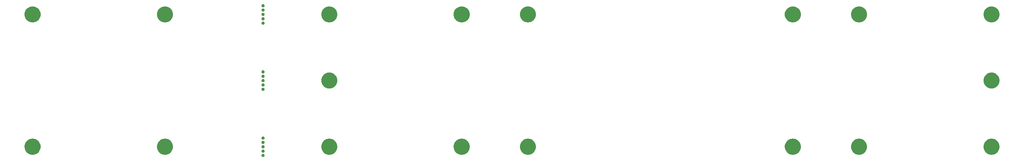
<source format=gbr>
G04 #@! TF.GenerationSoftware,KiCad,Pcbnew,(5.1.2-1)-1*
G04 #@! TF.CreationDate,2020-05-23T12:01:39-05:00*
G04 #@! TF.ProjectId,therick48.16SP_top_plate,74686572-6963-46b3-9438-2e313653505f,rev?*
G04 #@! TF.SameCoordinates,Original*
G04 #@! TF.FileFunction,Soldermask,Bot*
G04 #@! TF.FilePolarity,Negative*
%FSLAX46Y46*%
G04 Gerber Fmt 4.6, Leading zero omitted, Abs format (unit mm)*
G04 Created by KiCad (PCBNEW (5.1.2-1)-1) date 2020-05-23 12:01:39*
%MOMM*%
%LPD*%
G04 APERTURE LIST*
%ADD10C,0.100000*%
G04 APERTURE END LIST*
D10*
G36*
X131231207Y-101246070D02*
G01*
X131313282Y-101280067D01*
X131313284Y-101280068D01*
X131350468Y-101304914D01*
X131387150Y-101329424D01*
X131449970Y-101392244D01*
X131499327Y-101466112D01*
X131533324Y-101548187D01*
X131550655Y-101635318D01*
X131550655Y-101724160D01*
X131533324Y-101811291D01*
X131499327Y-101893366D01*
X131499326Y-101893368D01*
X131449969Y-101967235D01*
X131387151Y-102030053D01*
X131313284Y-102079410D01*
X131313283Y-102079411D01*
X131313282Y-102079411D01*
X131231207Y-102113408D01*
X131144076Y-102130739D01*
X131055234Y-102130739D01*
X130968103Y-102113408D01*
X130886028Y-102079411D01*
X130886027Y-102079411D01*
X130886026Y-102079410D01*
X130812159Y-102030053D01*
X130749341Y-101967235D01*
X130699984Y-101893368D01*
X130699983Y-101893366D01*
X130665986Y-101811291D01*
X130648655Y-101724160D01*
X130648655Y-101635318D01*
X130665986Y-101548187D01*
X130699983Y-101466112D01*
X130749340Y-101392244D01*
X130812160Y-101329424D01*
X130848842Y-101304914D01*
X130886026Y-101280068D01*
X130886028Y-101280067D01*
X130968103Y-101246070D01*
X131055234Y-101228739D01*
X131144076Y-101228739D01*
X131231207Y-101246070D01*
X131231207Y-101246070D01*
G37*
G36*
X302548903Y-96923213D02*
G01*
X302771177Y-96967426D01*
X303189932Y-97140880D01*
X303566802Y-97392696D01*
X303887304Y-97713198D01*
X304139120Y-98090068D01*
X304312574Y-98508823D01*
X304312574Y-98508824D01*
X304401000Y-98953370D01*
X304401000Y-99406630D01*
X304376449Y-99530054D01*
X304312574Y-99851177D01*
X304139120Y-100269932D01*
X303887304Y-100646802D01*
X303566802Y-100967304D01*
X303189932Y-101219120D01*
X302771177Y-101392574D01*
X302548903Y-101436787D01*
X302326630Y-101481000D01*
X301873370Y-101481000D01*
X301651097Y-101436787D01*
X301428823Y-101392574D01*
X301010068Y-101219120D01*
X300633198Y-100967304D01*
X300312696Y-100646802D01*
X300060880Y-100269932D01*
X299887426Y-99851177D01*
X299823551Y-99530054D01*
X299799000Y-99406630D01*
X299799000Y-98953370D01*
X299887426Y-98508824D01*
X299887426Y-98508823D01*
X300060880Y-98090068D01*
X300312696Y-97713198D01*
X300633198Y-97392696D01*
X301010068Y-97140880D01*
X301428823Y-96967426D01*
X301651097Y-96923213D01*
X301873370Y-96879000D01*
X302326630Y-96879000D01*
X302548903Y-96923213D01*
X302548903Y-96923213D01*
G37*
G36*
X283548903Y-96923213D02*
G01*
X283771177Y-96967426D01*
X284189932Y-97140880D01*
X284566802Y-97392696D01*
X284887304Y-97713198D01*
X285139120Y-98090068D01*
X285312574Y-98508823D01*
X285312574Y-98508824D01*
X285401000Y-98953370D01*
X285401000Y-99406630D01*
X285376449Y-99530054D01*
X285312574Y-99851177D01*
X285139120Y-100269932D01*
X284887304Y-100646802D01*
X284566802Y-100967304D01*
X284189932Y-101219120D01*
X283771177Y-101392574D01*
X283548903Y-101436787D01*
X283326630Y-101481000D01*
X282873370Y-101481000D01*
X282651097Y-101436787D01*
X282428823Y-101392574D01*
X282010068Y-101219120D01*
X281633198Y-100967304D01*
X281312696Y-100646802D01*
X281060880Y-100269932D01*
X280887426Y-99851177D01*
X280823551Y-99530054D01*
X280799000Y-99406630D01*
X280799000Y-98953370D01*
X280887426Y-98508824D01*
X280887426Y-98508823D01*
X281060880Y-98090068D01*
X281312696Y-97713198D01*
X281633198Y-97392696D01*
X282010068Y-97140880D01*
X282428823Y-96967426D01*
X282651097Y-96923213D01*
X282873370Y-96879000D01*
X283326630Y-96879000D01*
X283548903Y-96923213D01*
X283548903Y-96923213D01*
G37*
G36*
X207548903Y-96923213D02*
G01*
X207771177Y-96967426D01*
X208189932Y-97140880D01*
X208566802Y-97392696D01*
X208887304Y-97713198D01*
X209139120Y-98090068D01*
X209312574Y-98508823D01*
X209312574Y-98508824D01*
X209401000Y-98953370D01*
X209401000Y-99406630D01*
X209376449Y-99530054D01*
X209312574Y-99851177D01*
X209139120Y-100269932D01*
X208887304Y-100646802D01*
X208566802Y-100967304D01*
X208189932Y-101219120D01*
X207771177Y-101392574D01*
X207548903Y-101436787D01*
X207326630Y-101481000D01*
X206873370Y-101481000D01*
X206651097Y-101436787D01*
X206428823Y-101392574D01*
X206010068Y-101219120D01*
X205633198Y-100967304D01*
X205312696Y-100646802D01*
X205060880Y-100269932D01*
X204887426Y-99851177D01*
X204823551Y-99530054D01*
X204799000Y-99406630D01*
X204799000Y-98953370D01*
X204887426Y-98508824D01*
X204887426Y-98508823D01*
X205060880Y-98090068D01*
X205312696Y-97713198D01*
X205633198Y-97392696D01*
X206010068Y-97140880D01*
X206428823Y-96967426D01*
X206651097Y-96923213D01*
X206873370Y-96879000D01*
X207326630Y-96879000D01*
X207548903Y-96923213D01*
X207548903Y-96923213D01*
G37*
G36*
X188548903Y-96923213D02*
G01*
X188771177Y-96967426D01*
X189189932Y-97140880D01*
X189566802Y-97392696D01*
X189887304Y-97713198D01*
X190139120Y-98090068D01*
X190312574Y-98508823D01*
X190312574Y-98508824D01*
X190401000Y-98953370D01*
X190401000Y-99406630D01*
X190376449Y-99530054D01*
X190312574Y-99851177D01*
X190139120Y-100269932D01*
X189887304Y-100646802D01*
X189566802Y-100967304D01*
X189189932Y-101219120D01*
X188771177Y-101392574D01*
X188548903Y-101436787D01*
X188326630Y-101481000D01*
X187873370Y-101481000D01*
X187651097Y-101436787D01*
X187428823Y-101392574D01*
X187010068Y-101219120D01*
X186633198Y-100967304D01*
X186312696Y-100646802D01*
X186060880Y-100269932D01*
X185887426Y-99851177D01*
X185823551Y-99530054D01*
X185799000Y-99406630D01*
X185799000Y-98953370D01*
X185887426Y-98508824D01*
X185887426Y-98508823D01*
X186060880Y-98090068D01*
X186312696Y-97713198D01*
X186633198Y-97392696D01*
X187010068Y-97140880D01*
X187428823Y-96967426D01*
X187651097Y-96923213D01*
X187873370Y-96879000D01*
X188326630Y-96879000D01*
X188548903Y-96923213D01*
X188548903Y-96923213D01*
G37*
G36*
X150548903Y-96923213D02*
G01*
X150771177Y-96967426D01*
X151189932Y-97140880D01*
X151566802Y-97392696D01*
X151887304Y-97713198D01*
X152139120Y-98090068D01*
X152312574Y-98508823D01*
X152312574Y-98508824D01*
X152401000Y-98953370D01*
X152401000Y-99406630D01*
X152376449Y-99530054D01*
X152312574Y-99851177D01*
X152139120Y-100269932D01*
X151887304Y-100646802D01*
X151566802Y-100967304D01*
X151189932Y-101219120D01*
X150771177Y-101392574D01*
X150548903Y-101436787D01*
X150326630Y-101481000D01*
X149873370Y-101481000D01*
X149651097Y-101436787D01*
X149428823Y-101392574D01*
X149010068Y-101219120D01*
X148633198Y-100967304D01*
X148312696Y-100646802D01*
X148060880Y-100269932D01*
X147887426Y-99851177D01*
X147823551Y-99530054D01*
X147799000Y-99406630D01*
X147799000Y-98953370D01*
X147887426Y-98508824D01*
X147887426Y-98508823D01*
X148060880Y-98090068D01*
X148312696Y-97713198D01*
X148633198Y-97392696D01*
X149010068Y-97140880D01*
X149428823Y-96967426D01*
X149651097Y-96923213D01*
X149873370Y-96879000D01*
X150326630Y-96879000D01*
X150548903Y-96923213D01*
X150548903Y-96923213D01*
G37*
G36*
X103428903Y-96923213D02*
G01*
X103651177Y-96967426D01*
X104069932Y-97140880D01*
X104446802Y-97392696D01*
X104767304Y-97713198D01*
X105019120Y-98090068D01*
X105192574Y-98508823D01*
X105192574Y-98508824D01*
X105281000Y-98953370D01*
X105281000Y-99406630D01*
X105256449Y-99530054D01*
X105192574Y-99851177D01*
X105019120Y-100269932D01*
X104767304Y-100646802D01*
X104446802Y-100967304D01*
X104069932Y-101219120D01*
X103651177Y-101392574D01*
X103428903Y-101436787D01*
X103206630Y-101481000D01*
X102753370Y-101481000D01*
X102531097Y-101436787D01*
X102308823Y-101392574D01*
X101890068Y-101219120D01*
X101513198Y-100967304D01*
X101192696Y-100646802D01*
X100940880Y-100269932D01*
X100767426Y-99851177D01*
X100703551Y-99530054D01*
X100679000Y-99406630D01*
X100679000Y-98953370D01*
X100767426Y-98508824D01*
X100767426Y-98508823D01*
X100940880Y-98090068D01*
X101192696Y-97713198D01*
X101513198Y-97392696D01*
X101890068Y-97140880D01*
X102308823Y-96967426D01*
X102531097Y-96923213D01*
X102753370Y-96879000D01*
X103206630Y-96879000D01*
X103428903Y-96923213D01*
X103428903Y-96923213D01*
G37*
G36*
X65428903Y-96923213D02*
G01*
X65651177Y-96967426D01*
X66069932Y-97140880D01*
X66446802Y-97392696D01*
X66767304Y-97713198D01*
X67019120Y-98090068D01*
X67192574Y-98508823D01*
X67192574Y-98508824D01*
X67281000Y-98953370D01*
X67281000Y-99406630D01*
X67256449Y-99530054D01*
X67192574Y-99851177D01*
X67019120Y-100269932D01*
X66767304Y-100646802D01*
X66446802Y-100967304D01*
X66069932Y-101219120D01*
X65651177Y-101392574D01*
X65428903Y-101436787D01*
X65206630Y-101481000D01*
X64753370Y-101481000D01*
X64531097Y-101436787D01*
X64308823Y-101392574D01*
X63890068Y-101219120D01*
X63513198Y-100967304D01*
X63192696Y-100646802D01*
X62940880Y-100269932D01*
X62767426Y-99851177D01*
X62703551Y-99530054D01*
X62679000Y-99406630D01*
X62679000Y-98953370D01*
X62767426Y-98508824D01*
X62767426Y-98508823D01*
X62940880Y-98090068D01*
X63192696Y-97713198D01*
X63513198Y-97392696D01*
X63890068Y-97140880D01*
X64308823Y-96967426D01*
X64531097Y-96923213D01*
X64753370Y-96879000D01*
X65206630Y-96879000D01*
X65428903Y-96923213D01*
X65428903Y-96923213D01*
G37*
G36*
X340548903Y-96923213D02*
G01*
X340771177Y-96967426D01*
X341189932Y-97140880D01*
X341566802Y-97392696D01*
X341887304Y-97713198D01*
X342139120Y-98090068D01*
X342312574Y-98508823D01*
X342312574Y-98508824D01*
X342401000Y-98953370D01*
X342401000Y-99406630D01*
X342376449Y-99530054D01*
X342312574Y-99851177D01*
X342139120Y-100269932D01*
X341887304Y-100646802D01*
X341566802Y-100967304D01*
X341189932Y-101219120D01*
X340771177Y-101392574D01*
X340548903Y-101436787D01*
X340326630Y-101481000D01*
X339873370Y-101481000D01*
X339651097Y-101436787D01*
X339428823Y-101392574D01*
X339010068Y-101219120D01*
X338633198Y-100967304D01*
X338312696Y-100646802D01*
X338060880Y-100269932D01*
X337887426Y-99851177D01*
X337823551Y-99530054D01*
X337799000Y-99406630D01*
X337799000Y-98953370D01*
X337887426Y-98508824D01*
X337887426Y-98508823D01*
X338060880Y-98090068D01*
X338312696Y-97713198D01*
X338633198Y-97392696D01*
X339010068Y-97140880D01*
X339428823Y-96967426D01*
X339651097Y-96923213D01*
X339873370Y-96879000D01*
X340326630Y-96879000D01*
X340548903Y-96923213D01*
X340548903Y-96923213D01*
G37*
G36*
X131231207Y-99996070D02*
G01*
X131313282Y-100030067D01*
X131313284Y-100030068D01*
X131350468Y-100054914D01*
X131387150Y-100079424D01*
X131449970Y-100142244D01*
X131499327Y-100216112D01*
X131533324Y-100298187D01*
X131550655Y-100385318D01*
X131550655Y-100474160D01*
X131533324Y-100561291D01*
X131499327Y-100643366D01*
X131499326Y-100643368D01*
X131449969Y-100717235D01*
X131387151Y-100780053D01*
X131313284Y-100829410D01*
X131313283Y-100829411D01*
X131313282Y-100829411D01*
X131231207Y-100863408D01*
X131144076Y-100880739D01*
X131055234Y-100880739D01*
X130968103Y-100863408D01*
X130886028Y-100829411D01*
X130886027Y-100829411D01*
X130886026Y-100829410D01*
X130812159Y-100780053D01*
X130749341Y-100717235D01*
X130699984Y-100643368D01*
X130699983Y-100643366D01*
X130665986Y-100561291D01*
X130648655Y-100474160D01*
X130648655Y-100385318D01*
X130665986Y-100298187D01*
X130699983Y-100216112D01*
X130749340Y-100142244D01*
X130812160Y-100079424D01*
X130848842Y-100054914D01*
X130886026Y-100030068D01*
X130886028Y-100030067D01*
X130968103Y-99996070D01*
X131055234Y-99978739D01*
X131144076Y-99978739D01*
X131231207Y-99996070D01*
X131231207Y-99996070D01*
G37*
G36*
X131231207Y-98746070D02*
G01*
X131313282Y-98780067D01*
X131313284Y-98780068D01*
X131350468Y-98804914D01*
X131387150Y-98829424D01*
X131449970Y-98892244D01*
X131499327Y-98966112D01*
X131533324Y-99048187D01*
X131550655Y-99135318D01*
X131550655Y-99224160D01*
X131533324Y-99311291D01*
X131499327Y-99393366D01*
X131499326Y-99393368D01*
X131449969Y-99467235D01*
X131387151Y-99530053D01*
X131313284Y-99579410D01*
X131313283Y-99579411D01*
X131313282Y-99579411D01*
X131231207Y-99613408D01*
X131144076Y-99630739D01*
X131055234Y-99630739D01*
X130968103Y-99613408D01*
X130886028Y-99579411D01*
X130886027Y-99579411D01*
X130886026Y-99579410D01*
X130812159Y-99530053D01*
X130749341Y-99467235D01*
X130699984Y-99393368D01*
X130699983Y-99393366D01*
X130665986Y-99311291D01*
X130648655Y-99224160D01*
X130648655Y-99135318D01*
X130665986Y-99048187D01*
X130699983Y-98966112D01*
X130749340Y-98892244D01*
X130812160Y-98829424D01*
X130848842Y-98804914D01*
X130886026Y-98780068D01*
X130886028Y-98780067D01*
X130968103Y-98746070D01*
X131055234Y-98728739D01*
X131144076Y-98728739D01*
X131231207Y-98746070D01*
X131231207Y-98746070D01*
G37*
G36*
X131231207Y-97496070D02*
G01*
X131313282Y-97530067D01*
X131313284Y-97530068D01*
X131350468Y-97554914D01*
X131387150Y-97579424D01*
X131449970Y-97642244D01*
X131499327Y-97716112D01*
X131533324Y-97798187D01*
X131550655Y-97885318D01*
X131550655Y-97974160D01*
X131533324Y-98061291D01*
X131499327Y-98143366D01*
X131499326Y-98143368D01*
X131449969Y-98217235D01*
X131387151Y-98280053D01*
X131313284Y-98329410D01*
X131313283Y-98329411D01*
X131313282Y-98329411D01*
X131231207Y-98363408D01*
X131144076Y-98380739D01*
X131055234Y-98380739D01*
X130968103Y-98363408D01*
X130886028Y-98329411D01*
X130886027Y-98329411D01*
X130886026Y-98329410D01*
X130812159Y-98280053D01*
X130749341Y-98217235D01*
X130699984Y-98143368D01*
X130699983Y-98143366D01*
X130665986Y-98061291D01*
X130648655Y-97974160D01*
X130648655Y-97885318D01*
X130665986Y-97798187D01*
X130699983Y-97716112D01*
X130749340Y-97642244D01*
X130812160Y-97579424D01*
X130848842Y-97554914D01*
X130886026Y-97530068D01*
X130886028Y-97530067D01*
X130968103Y-97496070D01*
X131055234Y-97478739D01*
X131144076Y-97478739D01*
X131231207Y-97496070D01*
X131231207Y-97496070D01*
G37*
G36*
X131231207Y-96246070D02*
G01*
X131313282Y-96280067D01*
X131313284Y-96280068D01*
X131350468Y-96304914D01*
X131387150Y-96329424D01*
X131449970Y-96392244D01*
X131499327Y-96466112D01*
X131533324Y-96548187D01*
X131550655Y-96635318D01*
X131550655Y-96724160D01*
X131533324Y-96811291D01*
X131499327Y-96893366D01*
X131499326Y-96893368D01*
X131449969Y-96967235D01*
X131387151Y-97030053D01*
X131313284Y-97079410D01*
X131313283Y-97079411D01*
X131313282Y-97079411D01*
X131231207Y-97113408D01*
X131144076Y-97130739D01*
X131055234Y-97130739D01*
X130968103Y-97113408D01*
X130886028Y-97079411D01*
X130886027Y-97079411D01*
X130886026Y-97079410D01*
X130812159Y-97030053D01*
X130749341Y-96967235D01*
X130699984Y-96893368D01*
X130699983Y-96893366D01*
X130665986Y-96811291D01*
X130648655Y-96724160D01*
X130648655Y-96635318D01*
X130665986Y-96548187D01*
X130699983Y-96466112D01*
X130749340Y-96392244D01*
X130812160Y-96329424D01*
X130848842Y-96304914D01*
X130886026Y-96280068D01*
X130886028Y-96280067D01*
X130968103Y-96246070D01*
X131055234Y-96228739D01*
X131144076Y-96228739D01*
X131231207Y-96246070D01*
X131231207Y-96246070D01*
G37*
G36*
X131231207Y-82246120D02*
G01*
X131313282Y-82280117D01*
X131313284Y-82280118D01*
X131350468Y-82304964D01*
X131387150Y-82329474D01*
X131449970Y-82392294D01*
X131499327Y-82466162D01*
X131533324Y-82548237D01*
X131550655Y-82635368D01*
X131550655Y-82724210D01*
X131533324Y-82811341D01*
X131499327Y-82893416D01*
X131499326Y-82893418D01*
X131449969Y-82967285D01*
X131387151Y-83030103D01*
X131313284Y-83079460D01*
X131313283Y-83079461D01*
X131313282Y-83079461D01*
X131231207Y-83113458D01*
X131144076Y-83130789D01*
X131055234Y-83130789D01*
X130968103Y-83113458D01*
X130886028Y-83079461D01*
X130886027Y-83079461D01*
X130886026Y-83079460D01*
X130812159Y-83030103D01*
X130749341Y-82967285D01*
X130699984Y-82893418D01*
X130699983Y-82893416D01*
X130665986Y-82811341D01*
X130648655Y-82724210D01*
X130648655Y-82635368D01*
X130665986Y-82548237D01*
X130699983Y-82466162D01*
X130749340Y-82392294D01*
X130812160Y-82329474D01*
X130848842Y-82304964D01*
X130886026Y-82280118D01*
X130886028Y-82280117D01*
X130968103Y-82246120D01*
X131055234Y-82228789D01*
X131144076Y-82228789D01*
X131231207Y-82246120D01*
X131231207Y-82246120D01*
G37*
G36*
X150548903Y-77923213D02*
G01*
X150771177Y-77967426D01*
X151189932Y-78140880D01*
X151566802Y-78392696D01*
X151887304Y-78713198D01*
X152139120Y-79090068D01*
X152312574Y-79508823D01*
X152401000Y-79953371D01*
X152401000Y-80406629D01*
X152312574Y-80851177D01*
X152139120Y-81269932D01*
X151887304Y-81646802D01*
X151566802Y-81967304D01*
X151189932Y-82219120D01*
X150771177Y-82392574D01*
X150548903Y-82436787D01*
X150326630Y-82481000D01*
X149873370Y-82481000D01*
X149651097Y-82436787D01*
X149428823Y-82392574D01*
X149010068Y-82219120D01*
X148633198Y-81967304D01*
X148312696Y-81646802D01*
X148060880Y-81269932D01*
X147887426Y-80851177D01*
X147799000Y-80406629D01*
X147799000Y-79953371D01*
X147887426Y-79508823D01*
X148060880Y-79090068D01*
X148312696Y-78713198D01*
X148633198Y-78392696D01*
X149010068Y-78140880D01*
X149428823Y-77967426D01*
X149651097Y-77923213D01*
X149873370Y-77879000D01*
X150326630Y-77879000D01*
X150548903Y-77923213D01*
X150548903Y-77923213D01*
G37*
G36*
X340548903Y-77923213D02*
G01*
X340771177Y-77967426D01*
X341189932Y-78140880D01*
X341566802Y-78392696D01*
X341887304Y-78713198D01*
X342139120Y-79090068D01*
X342312574Y-79508823D01*
X342401000Y-79953371D01*
X342401000Y-80406629D01*
X342312574Y-80851177D01*
X342139120Y-81269932D01*
X341887304Y-81646802D01*
X341566802Y-81967304D01*
X341189932Y-82219120D01*
X340771177Y-82392574D01*
X340548903Y-82436787D01*
X340326630Y-82481000D01*
X339873370Y-82481000D01*
X339651097Y-82436787D01*
X339428823Y-82392574D01*
X339010068Y-82219120D01*
X338633198Y-81967304D01*
X338312696Y-81646802D01*
X338060880Y-81269932D01*
X337887426Y-80851177D01*
X337799000Y-80406629D01*
X337799000Y-79953371D01*
X337887426Y-79508823D01*
X338060880Y-79090068D01*
X338312696Y-78713198D01*
X338633198Y-78392696D01*
X339010068Y-78140880D01*
X339428823Y-77967426D01*
X339651097Y-77923213D01*
X339873370Y-77879000D01*
X340326630Y-77879000D01*
X340548903Y-77923213D01*
X340548903Y-77923213D01*
G37*
G36*
X131231207Y-80996120D02*
G01*
X131313282Y-81030117D01*
X131313284Y-81030118D01*
X131350468Y-81054964D01*
X131387150Y-81079474D01*
X131449970Y-81142294D01*
X131499327Y-81216162D01*
X131533324Y-81298237D01*
X131550655Y-81385368D01*
X131550655Y-81474210D01*
X131533324Y-81561341D01*
X131499327Y-81643416D01*
X131499326Y-81643418D01*
X131449969Y-81717285D01*
X131387151Y-81780103D01*
X131313284Y-81829460D01*
X131313283Y-81829461D01*
X131313282Y-81829461D01*
X131231207Y-81863458D01*
X131144076Y-81880789D01*
X131055234Y-81880789D01*
X130968103Y-81863458D01*
X130886028Y-81829461D01*
X130886027Y-81829461D01*
X130886026Y-81829460D01*
X130812159Y-81780103D01*
X130749341Y-81717285D01*
X130699984Y-81643418D01*
X130699983Y-81643416D01*
X130665986Y-81561341D01*
X130648655Y-81474210D01*
X130648655Y-81385368D01*
X130665986Y-81298237D01*
X130699983Y-81216162D01*
X130749340Y-81142294D01*
X130812160Y-81079474D01*
X130848842Y-81054964D01*
X130886026Y-81030118D01*
X130886028Y-81030117D01*
X130968103Y-80996120D01*
X131055234Y-80978789D01*
X131144076Y-80978789D01*
X131231207Y-80996120D01*
X131231207Y-80996120D01*
G37*
G36*
X131231207Y-79746120D02*
G01*
X131313282Y-79780117D01*
X131313284Y-79780118D01*
X131387151Y-79829475D01*
X131449969Y-79892293D01*
X131490781Y-79953371D01*
X131499327Y-79966162D01*
X131533324Y-80048237D01*
X131550655Y-80135368D01*
X131550655Y-80224210D01*
X131533324Y-80311341D01*
X131499327Y-80393416D01*
X131499326Y-80393418D01*
X131449969Y-80467285D01*
X131387151Y-80530103D01*
X131313284Y-80579460D01*
X131313283Y-80579461D01*
X131313282Y-80579461D01*
X131231207Y-80613458D01*
X131144076Y-80630789D01*
X131055234Y-80630789D01*
X130968103Y-80613458D01*
X130886028Y-80579461D01*
X130886027Y-80579461D01*
X130886026Y-80579460D01*
X130812159Y-80530103D01*
X130749341Y-80467285D01*
X130699984Y-80393418D01*
X130699983Y-80393416D01*
X130665986Y-80311341D01*
X130648655Y-80224210D01*
X130648655Y-80135368D01*
X130665986Y-80048237D01*
X130699983Y-79966162D01*
X130708530Y-79953371D01*
X130749341Y-79892293D01*
X130812159Y-79829475D01*
X130886026Y-79780118D01*
X130886028Y-79780117D01*
X130968103Y-79746120D01*
X131055234Y-79728789D01*
X131144076Y-79728789D01*
X131231207Y-79746120D01*
X131231207Y-79746120D01*
G37*
G36*
X131231207Y-78496120D02*
G01*
X131313282Y-78530117D01*
X131313284Y-78530118D01*
X131350468Y-78554964D01*
X131387150Y-78579474D01*
X131449970Y-78642294D01*
X131499327Y-78716162D01*
X131533324Y-78798237D01*
X131550655Y-78885368D01*
X131550655Y-78974210D01*
X131533324Y-79061341D01*
X131499327Y-79143416D01*
X131499326Y-79143418D01*
X131449969Y-79217285D01*
X131387151Y-79280103D01*
X131313284Y-79329460D01*
X131313283Y-79329461D01*
X131313282Y-79329461D01*
X131231207Y-79363458D01*
X131144076Y-79380789D01*
X131055234Y-79380789D01*
X130968103Y-79363458D01*
X130886028Y-79329461D01*
X130886027Y-79329461D01*
X130886026Y-79329460D01*
X130812159Y-79280103D01*
X130749341Y-79217285D01*
X130699984Y-79143418D01*
X130699983Y-79143416D01*
X130665986Y-79061341D01*
X130648655Y-78974210D01*
X130648655Y-78885368D01*
X130665986Y-78798237D01*
X130699983Y-78716162D01*
X130749340Y-78642294D01*
X130812160Y-78579474D01*
X130848842Y-78554964D01*
X130886026Y-78530118D01*
X130886028Y-78530117D01*
X130968103Y-78496120D01*
X131055234Y-78478789D01*
X131144076Y-78478789D01*
X131231207Y-78496120D01*
X131231207Y-78496120D01*
G37*
G36*
X131231207Y-77246120D02*
G01*
X131313282Y-77280117D01*
X131313284Y-77280118D01*
X131350468Y-77304964D01*
X131387150Y-77329474D01*
X131449970Y-77392294D01*
X131499327Y-77466162D01*
X131533324Y-77548237D01*
X131550655Y-77635368D01*
X131550655Y-77724210D01*
X131533324Y-77811341D01*
X131505298Y-77879000D01*
X131499326Y-77893418D01*
X131449969Y-77967285D01*
X131387151Y-78030103D01*
X131313284Y-78079460D01*
X131313283Y-78079461D01*
X131313282Y-78079461D01*
X131231207Y-78113458D01*
X131144076Y-78130789D01*
X131055234Y-78130789D01*
X130968103Y-78113458D01*
X130886028Y-78079461D01*
X130886027Y-78079461D01*
X130886026Y-78079460D01*
X130812159Y-78030103D01*
X130749341Y-77967285D01*
X130699984Y-77893418D01*
X130694012Y-77879000D01*
X130665986Y-77811341D01*
X130648655Y-77724210D01*
X130648655Y-77635368D01*
X130665986Y-77548237D01*
X130699983Y-77466162D01*
X130749340Y-77392294D01*
X130812160Y-77329474D01*
X130848842Y-77304964D01*
X130886026Y-77280118D01*
X130886028Y-77280117D01*
X130968103Y-77246120D01*
X131055234Y-77228789D01*
X131144076Y-77228789D01*
X131231207Y-77246120D01*
X131231207Y-77246120D01*
G37*
G36*
X131231207Y-63246170D02*
G01*
X131313282Y-63280167D01*
X131313284Y-63280168D01*
X131350468Y-63305014D01*
X131387150Y-63329524D01*
X131449970Y-63392344D01*
X131499327Y-63466212D01*
X131533324Y-63548287D01*
X131550655Y-63635418D01*
X131550655Y-63724260D01*
X131533324Y-63811391D01*
X131499327Y-63893466D01*
X131499326Y-63893468D01*
X131449969Y-63967335D01*
X131387151Y-64030153D01*
X131313284Y-64079510D01*
X131313283Y-64079511D01*
X131313282Y-64079511D01*
X131231207Y-64113508D01*
X131144076Y-64130839D01*
X131055234Y-64130839D01*
X130968103Y-64113508D01*
X130886028Y-64079511D01*
X130886027Y-64079511D01*
X130886026Y-64079510D01*
X130812159Y-64030153D01*
X130749341Y-63967335D01*
X130699984Y-63893468D01*
X130699983Y-63893466D01*
X130665986Y-63811391D01*
X130648655Y-63724260D01*
X130648655Y-63635418D01*
X130665986Y-63548287D01*
X130699983Y-63466212D01*
X130749340Y-63392344D01*
X130812160Y-63329524D01*
X130848842Y-63305014D01*
X130886026Y-63280168D01*
X130886028Y-63280167D01*
X130968103Y-63246170D01*
X131055234Y-63228839D01*
X131144076Y-63228839D01*
X131231207Y-63246170D01*
X131231207Y-63246170D01*
G37*
G36*
X283399355Y-58893466D02*
G01*
X283771177Y-58967426D01*
X284189932Y-59140880D01*
X284566802Y-59392696D01*
X284887304Y-59713198D01*
X285139120Y-60090068D01*
X285312574Y-60508823D01*
X285401000Y-60953371D01*
X285401000Y-61406629D01*
X285312574Y-61851177D01*
X285139120Y-62269932D01*
X284887304Y-62646802D01*
X284566802Y-62967304D01*
X284189932Y-63219120D01*
X283771177Y-63392574D01*
X283548903Y-63436787D01*
X283326630Y-63481000D01*
X282873370Y-63481000D01*
X282651097Y-63436787D01*
X282428823Y-63392574D01*
X282010068Y-63219120D01*
X281633198Y-62967304D01*
X281312696Y-62646802D01*
X281060880Y-62269932D01*
X280887426Y-61851177D01*
X280799000Y-61406629D01*
X280799000Y-60953371D01*
X280887426Y-60508823D01*
X281060880Y-60090068D01*
X281312696Y-59713198D01*
X281633198Y-59392696D01*
X282010068Y-59140880D01*
X282428823Y-58967426D01*
X282800645Y-58893466D01*
X282873370Y-58879000D01*
X283326630Y-58879000D01*
X283399355Y-58893466D01*
X283399355Y-58893466D01*
G37*
G36*
X207399355Y-58893466D02*
G01*
X207771177Y-58967426D01*
X208189932Y-59140880D01*
X208566802Y-59392696D01*
X208887304Y-59713198D01*
X209139120Y-60090068D01*
X209312574Y-60508823D01*
X209401000Y-60953371D01*
X209401000Y-61406629D01*
X209312574Y-61851177D01*
X209139120Y-62269932D01*
X208887304Y-62646802D01*
X208566802Y-62967304D01*
X208189932Y-63219120D01*
X207771177Y-63392574D01*
X207548903Y-63436787D01*
X207326630Y-63481000D01*
X206873370Y-63481000D01*
X206651097Y-63436787D01*
X206428823Y-63392574D01*
X206010068Y-63219120D01*
X205633198Y-62967304D01*
X205312696Y-62646802D01*
X205060880Y-62269932D01*
X204887426Y-61851177D01*
X204799000Y-61406629D01*
X204799000Y-60953371D01*
X204887426Y-60508823D01*
X205060880Y-60090068D01*
X205312696Y-59713198D01*
X205633198Y-59392696D01*
X206010068Y-59140880D01*
X206428823Y-58967426D01*
X206800645Y-58893466D01*
X206873370Y-58879000D01*
X207326630Y-58879000D01*
X207399355Y-58893466D01*
X207399355Y-58893466D01*
G37*
G36*
X103279355Y-58893466D02*
G01*
X103651177Y-58967426D01*
X104069932Y-59140880D01*
X104446802Y-59392696D01*
X104767304Y-59713198D01*
X105019120Y-60090068D01*
X105192574Y-60508823D01*
X105281000Y-60953371D01*
X105281000Y-61406629D01*
X105192574Y-61851177D01*
X105019120Y-62269932D01*
X104767304Y-62646802D01*
X104446802Y-62967304D01*
X104069932Y-63219120D01*
X103651177Y-63392574D01*
X103428903Y-63436787D01*
X103206630Y-63481000D01*
X102753370Y-63481000D01*
X102531097Y-63436787D01*
X102308823Y-63392574D01*
X101890068Y-63219120D01*
X101513198Y-62967304D01*
X101192696Y-62646802D01*
X100940880Y-62269932D01*
X100767426Y-61851177D01*
X100679000Y-61406629D01*
X100679000Y-60953371D01*
X100767426Y-60508823D01*
X100940880Y-60090068D01*
X101192696Y-59713198D01*
X101513198Y-59392696D01*
X101890068Y-59140880D01*
X102308823Y-58967426D01*
X102680645Y-58893466D01*
X102753370Y-58879000D01*
X103206630Y-58879000D01*
X103279355Y-58893466D01*
X103279355Y-58893466D01*
G37*
G36*
X65279355Y-58893466D02*
G01*
X65651177Y-58967426D01*
X66069932Y-59140880D01*
X66446802Y-59392696D01*
X66767304Y-59713198D01*
X67019120Y-60090068D01*
X67192574Y-60508823D01*
X67281000Y-60953371D01*
X67281000Y-61406629D01*
X67192574Y-61851177D01*
X67019120Y-62269932D01*
X66767304Y-62646802D01*
X66446802Y-62967304D01*
X66069932Y-63219120D01*
X65651177Y-63392574D01*
X65428903Y-63436787D01*
X65206630Y-63481000D01*
X64753370Y-63481000D01*
X64531097Y-63436787D01*
X64308823Y-63392574D01*
X63890068Y-63219120D01*
X63513198Y-62967304D01*
X63192696Y-62646802D01*
X62940880Y-62269932D01*
X62767426Y-61851177D01*
X62679000Y-61406629D01*
X62679000Y-60953371D01*
X62767426Y-60508823D01*
X62940880Y-60090068D01*
X63192696Y-59713198D01*
X63513198Y-59392696D01*
X63890068Y-59140880D01*
X64308823Y-58967426D01*
X64680645Y-58893466D01*
X64753370Y-58879000D01*
X65206630Y-58879000D01*
X65279355Y-58893466D01*
X65279355Y-58893466D01*
G37*
G36*
X150399355Y-58893466D02*
G01*
X150771177Y-58967426D01*
X151189932Y-59140880D01*
X151566802Y-59392696D01*
X151887304Y-59713198D01*
X152139120Y-60090068D01*
X152312574Y-60508823D01*
X152401000Y-60953371D01*
X152401000Y-61406629D01*
X152312574Y-61851177D01*
X152139120Y-62269932D01*
X151887304Y-62646802D01*
X151566802Y-62967304D01*
X151189932Y-63219120D01*
X150771177Y-63392574D01*
X150548903Y-63436787D01*
X150326630Y-63481000D01*
X149873370Y-63481000D01*
X149651097Y-63436787D01*
X149428823Y-63392574D01*
X149010068Y-63219120D01*
X148633198Y-62967304D01*
X148312696Y-62646802D01*
X148060880Y-62269932D01*
X147887426Y-61851177D01*
X147799000Y-61406629D01*
X147799000Y-60953371D01*
X147887426Y-60508823D01*
X148060880Y-60090068D01*
X148312696Y-59713198D01*
X148633198Y-59392696D01*
X149010068Y-59140880D01*
X149428823Y-58967426D01*
X149800645Y-58893466D01*
X149873370Y-58879000D01*
X150326630Y-58879000D01*
X150399355Y-58893466D01*
X150399355Y-58893466D01*
G37*
G36*
X302399355Y-58893466D02*
G01*
X302771177Y-58967426D01*
X303189932Y-59140880D01*
X303566802Y-59392696D01*
X303887304Y-59713198D01*
X304139120Y-60090068D01*
X304312574Y-60508823D01*
X304401000Y-60953371D01*
X304401000Y-61406629D01*
X304312574Y-61851177D01*
X304139120Y-62269932D01*
X303887304Y-62646802D01*
X303566802Y-62967304D01*
X303189932Y-63219120D01*
X302771177Y-63392574D01*
X302548903Y-63436787D01*
X302326630Y-63481000D01*
X301873370Y-63481000D01*
X301651097Y-63436787D01*
X301428823Y-63392574D01*
X301010068Y-63219120D01*
X300633198Y-62967304D01*
X300312696Y-62646802D01*
X300060880Y-62269932D01*
X299887426Y-61851177D01*
X299799000Y-61406629D01*
X299799000Y-60953371D01*
X299887426Y-60508823D01*
X300060880Y-60090068D01*
X300312696Y-59713198D01*
X300633198Y-59392696D01*
X301010068Y-59140880D01*
X301428823Y-58967426D01*
X301800645Y-58893466D01*
X301873370Y-58879000D01*
X302326630Y-58879000D01*
X302399355Y-58893466D01*
X302399355Y-58893466D01*
G37*
G36*
X188399355Y-58893466D02*
G01*
X188771177Y-58967426D01*
X189189932Y-59140880D01*
X189566802Y-59392696D01*
X189887304Y-59713198D01*
X190139120Y-60090068D01*
X190312574Y-60508823D01*
X190401000Y-60953371D01*
X190401000Y-61406629D01*
X190312574Y-61851177D01*
X190139120Y-62269932D01*
X189887304Y-62646802D01*
X189566802Y-62967304D01*
X189189932Y-63219120D01*
X188771177Y-63392574D01*
X188548903Y-63436787D01*
X188326630Y-63481000D01*
X187873370Y-63481000D01*
X187651097Y-63436787D01*
X187428823Y-63392574D01*
X187010068Y-63219120D01*
X186633198Y-62967304D01*
X186312696Y-62646802D01*
X186060880Y-62269932D01*
X185887426Y-61851177D01*
X185799000Y-61406629D01*
X185799000Y-60953371D01*
X185887426Y-60508823D01*
X186060880Y-60090068D01*
X186312696Y-59713198D01*
X186633198Y-59392696D01*
X187010068Y-59140880D01*
X187428823Y-58967426D01*
X187800645Y-58893466D01*
X187873370Y-58879000D01*
X188326630Y-58879000D01*
X188399355Y-58893466D01*
X188399355Y-58893466D01*
G37*
G36*
X340399355Y-58893466D02*
G01*
X340771177Y-58967426D01*
X341189932Y-59140880D01*
X341566802Y-59392696D01*
X341887304Y-59713198D01*
X342139120Y-60090068D01*
X342312574Y-60508823D01*
X342401000Y-60953371D01*
X342401000Y-61406629D01*
X342312574Y-61851177D01*
X342139120Y-62269932D01*
X341887304Y-62646802D01*
X341566802Y-62967304D01*
X341189932Y-63219120D01*
X340771177Y-63392574D01*
X340548903Y-63436787D01*
X340326630Y-63481000D01*
X339873370Y-63481000D01*
X339651097Y-63436787D01*
X339428823Y-63392574D01*
X339010068Y-63219120D01*
X338633198Y-62967304D01*
X338312696Y-62646802D01*
X338060880Y-62269932D01*
X337887426Y-61851177D01*
X337799000Y-61406629D01*
X337799000Y-60953371D01*
X337887426Y-60508823D01*
X338060880Y-60090068D01*
X338312696Y-59713198D01*
X338633198Y-59392696D01*
X339010068Y-59140880D01*
X339428823Y-58967426D01*
X339800645Y-58893466D01*
X339873370Y-58879000D01*
X340326630Y-58879000D01*
X340399355Y-58893466D01*
X340399355Y-58893466D01*
G37*
G36*
X131231207Y-61996170D02*
G01*
X131313282Y-62030167D01*
X131313284Y-62030168D01*
X131350468Y-62055014D01*
X131387150Y-62079524D01*
X131449970Y-62142344D01*
X131499327Y-62216212D01*
X131533324Y-62298287D01*
X131550655Y-62385418D01*
X131550655Y-62474260D01*
X131533324Y-62561391D01*
X131499327Y-62643466D01*
X131499326Y-62643468D01*
X131449969Y-62717335D01*
X131387151Y-62780153D01*
X131313284Y-62829510D01*
X131313283Y-62829511D01*
X131313282Y-62829511D01*
X131231207Y-62863508D01*
X131144076Y-62880839D01*
X131055234Y-62880839D01*
X130968103Y-62863508D01*
X130886028Y-62829511D01*
X130886027Y-62829511D01*
X130886026Y-62829510D01*
X130812159Y-62780153D01*
X130749341Y-62717335D01*
X130699984Y-62643468D01*
X130699983Y-62643466D01*
X130665986Y-62561391D01*
X130648655Y-62474260D01*
X130648655Y-62385418D01*
X130665986Y-62298287D01*
X130699983Y-62216212D01*
X130749340Y-62142344D01*
X130812160Y-62079524D01*
X130848842Y-62055014D01*
X130886026Y-62030168D01*
X130886028Y-62030167D01*
X130968103Y-61996170D01*
X131055234Y-61978839D01*
X131144076Y-61978839D01*
X131231207Y-61996170D01*
X131231207Y-61996170D01*
G37*
G36*
X131231207Y-60746170D02*
G01*
X131313282Y-60780167D01*
X131313284Y-60780168D01*
X131350468Y-60805014D01*
X131387150Y-60829524D01*
X131449970Y-60892344D01*
X131499327Y-60966212D01*
X131533324Y-61048287D01*
X131550655Y-61135418D01*
X131550655Y-61224260D01*
X131533324Y-61311391D01*
X131499327Y-61393466D01*
X131499326Y-61393468D01*
X131449969Y-61467335D01*
X131387151Y-61530153D01*
X131313284Y-61579510D01*
X131313283Y-61579511D01*
X131313282Y-61579511D01*
X131231207Y-61613508D01*
X131144076Y-61630839D01*
X131055234Y-61630839D01*
X130968103Y-61613508D01*
X130886028Y-61579511D01*
X130886027Y-61579511D01*
X130886026Y-61579510D01*
X130812159Y-61530153D01*
X130749341Y-61467335D01*
X130699984Y-61393468D01*
X130699983Y-61393466D01*
X130665986Y-61311391D01*
X130648655Y-61224260D01*
X130648655Y-61135418D01*
X130665986Y-61048287D01*
X130699983Y-60966212D01*
X130749340Y-60892344D01*
X130812160Y-60829524D01*
X130848842Y-60805014D01*
X130886026Y-60780168D01*
X130886028Y-60780167D01*
X130968103Y-60746170D01*
X131055234Y-60728839D01*
X131144076Y-60728839D01*
X131231207Y-60746170D01*
X131231207Y-60746170D01*
G37*
G36*
X131231207Y-59496170D02*
G01*
X131313282Y-59530167D01*
X131313284Y-59530168D01*
X131350468Y-59555014D01*
X131387150Y-59579524D01*
X131449970Y-59642344D01*
X131499327Y-59716212D01*
X131533324Y-59798287D01*
X131550655Y-59885418D01*
X131550655Y-59974260D01*
X131533324Y-60061391D01*
X131499327Y-60143466D01*
X131499326Y-60143468D01*
X131449969Y-60217335D01*
X131387151Y-60280153D01*
X131313284Y-60329510D01*
X131313283Y-60329511D01*
X131313282Y-60329511D01*
X131231207Y-60363508D01*
X131144076Y-60380839D01*
X131055234Y-60380839D01*
X130968103Y-60363508D01*
X130886028Y-60329511D01*
X130886027Y-60329511D01*
X130886026Y-60329510D01*
X130812159Y-60280153D01*
X130749341Y-60217335D01*
X130699984Y-60143468D01*
X130699983Y-60143466D01*
X130665986Y-60061391D01*
X130648655Y-59974260D01*
X130648655Y-59885418D01*
X130665986Y-59798287D01*
X130699983Y-59716212D01*
X130749340Y-59642344D01*
X130812160Y-59579524D01*
X130848842Y-59555014D01*
X130886026Y-59530168D01*
X130886028Y-59530167D01*
X130968103Y-59496170D01*
X131055234Y-59478839D01*
X131144076Y-59478839D01*
X131231207Y-59496170D01*
X131231207Y-59496170D01*
G37*
G36*
X131231207Y-58246170D02*
G01*
X131313282Y-58280167D01*
X131313284Y-58280168D01*
X131350468Y-58305014D01*
X131387150Y-58329524D01*
X131449970Y-58392344D01*
X131499327Y-58466212D01*
X131533324Y-58548287D01*
X131550655Y-58635418D01*
X131550655Y-58724260D01*
X131533324Y-58811391D01*
X131505319Y-58879000D01*
X131499326Y-58893468D01*
X131449969Y-58967335D01*
X131387151Y-59030153D01*
X131313284Y-59079510D01*
X131313283Y-59079511D01*
X131313282Y-59079511D01*
X131231207Y-59113508D01*
X131144076Y-59130839D01*
X131055234Y-59130839D01*
X130968103Y-59113508D01*
X130886028Y-59079511D01*
X130886027Y-59079511D01*
X130886026Y-59079510D01*
X130812159Y-59030153D01*
X130749341Y-58967335D01*
X130699984Y-58893468D01*
X130693991Y-58879000D01*
X130665986Y-58811391D01*
X130648655Y-58724260D01*
X130648655Y-58635418D01*
X130665986Y-58548287D01*
X130699983Y-58466212D01*
X130749340Y-58392344D01*
X130812160Y-58329524D01*
X130848842Y-58305014D01*
X130886026Y-58280168D01*
X130886028Y-58280167D01*
X130968103Y-58246170D01*
X131055234Y-58228839D01*
X131144076Y-58228839D01*
X131231207Y-58246170D01*
X131231207Y-58246170D01*
G37*
M02*

</source>
